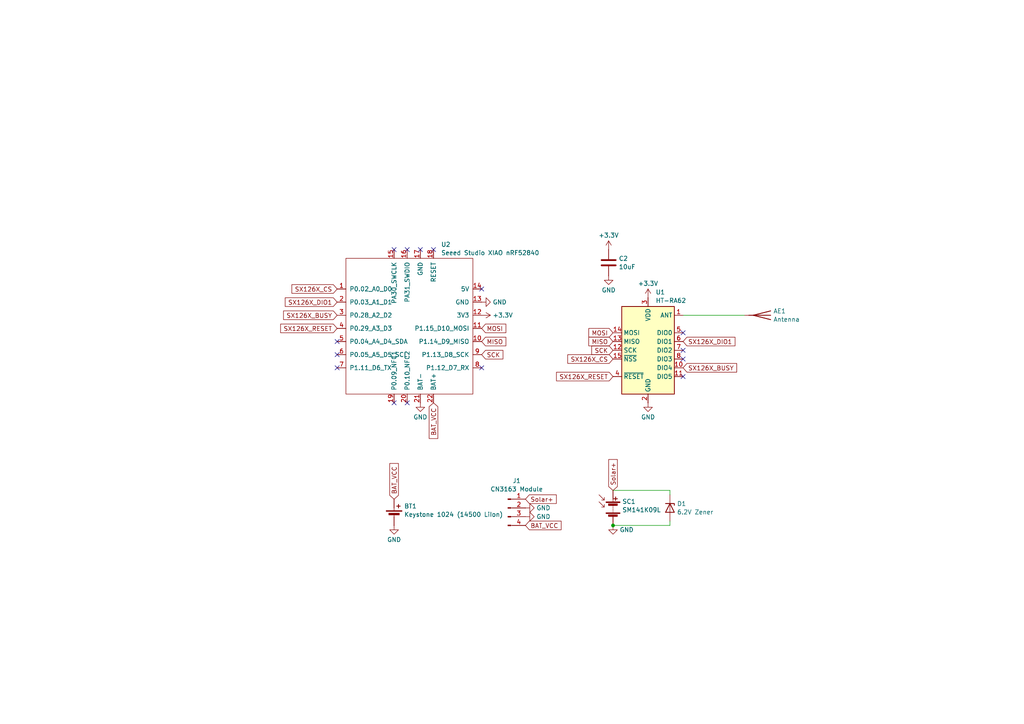
<source format=kicad_sch>
(kicad_sch (version 20231120) (generator "eeschema") (generator_version "8.0")
  (paper "A4")
  (title_block (title "Spearmintastic Micronode") (date "2024-11-09") (rev "1.0") (company "Matthew Petry (fireTwoOneNine)"))
  (lib_symbols
    (symbol "Connector:Conn_01x04_Pin" (pin_names (offset 1.016) hide)
      (property "Reference" "J" (at 0 5.08 0))
      (property "Value" "Conn_01x04_Pin" (at 0 -7.62 0))
      (symbol "Conn_01x04_Pin_1_1"
        (polyline (pts (xy 1.27 -5.08) (xy 0.8636 -5.08)) (stroke (width 0.1524)))
        (polyline (pts (xy 1.27 -2.54) (xy 0.8636 -2.54)) (stroke (width 0.1524)))
        (polyline (pts (xy 1.27 0) (xy 0.8636 0)) (stroke (width 0.1524)))
        (polyline (pts (xy 1.27 2.54) (xy 0.8636 2.54)) (stroke (width 0.1524)))
        (rectangle (start 0.8636 -4.953) (end 0 -5.207) (stroke (width 0.1524)) (fill (type outline)))
        (rectangle (start 0.8636 -2.413) (end 0 -2.667) (stroke (width 0.1524)) (fill (type outline)))
        (rectangle (start 0.8636 0.127) (end 0 -0.127) (stroke (width 0.1524)) (fill (type outline)))
        (rectangle (start 0.8636 2.667) (end 0 2.413) (stroke (width 0.1524)) (fill (type outline)))
        (pin passive line (at 5.08 2.54 180) (length 3.81) (name "Pin_1") (number "1"))
        (pin passive line (at 5.08 0 180) (length 3.81) (name "Pin_2") (number "2"))
        (pin passive line (at 5.08 -2.54 180) (length 3.81) (name "Pin_3") (number "3"))
        (pin passive line (at 5.08 -5.08 180) (length 3.81) (name "Pin_4") (number "4"))
      )
    )
    (symbol "Device:Antenna" (pin_numbers hide) (pin_names (offset 1.016) hide)
      (property "Reference" "AE" (at -1.905 1.905 0))
      (property "Value" "Antenna" (at -1.905 0 0))
      (symbol "Antenna_0_1"
        (polyline (pts (xy 0 2.54) (xy 0 -3.81)) (stroke (width 0.254)))
        (polyline (pts (xy 1.27 2.54) (xy 0 -2.54) (xy -1.27 2.54)) (stroke (width 0.254)))
      )
      (symbol "Antenna_1_1"
        (pin input line (at 0 -5.08 90) (length 2.54) (name "A") (number "1"))
      )
    )
    (symbol "Device:Battery_Cell" (pin_numbers hide) (pin_names (offset 0) hide)
      (property "Reference" "BT" (at 2.54 2.54 0))
      (property "Value" "Battery_Cell" (at 2.54 0 0))
      (symbol "Battery_Cell_0_1"
        (rectangle (start -2.286 1.778) (end 2.286 1.524) (fill (type outline)))
        (rectangle (start -1.524 1.016) (end 1.524 0.508) (fill (type outline)))
        (polyline (pts (xy 0 0.762) (xy 0 0)))
        (polyline (pts (xy 0 1.778) (xy 0 2.54)))
        (polyline (pts (xy 0.762 3.048) (xy 1.778 3.048)) (stroke (width 0.254)))
        (polyline (pts (xy 1.27 3.556) (xy 1.27 2.54)) (stroke (width 0.254)))
      )
      (symbol "Battery_Cell_1_1"
        (pin passive line (at 0 5.08 270) (length 2.54) (name "+") (number "1"))
        (pin passive line (at 0 -2.54 90) (length 2.54) (name "-") (number "2"))
      )
    )
    (symbol "Device:C" (pin_numbers hide) (pin_names (offset 0.254))
      (property "Reference" "C" (at 0.635 2.54 0))
      (property "Value" "C" (at 0.635 -2.54 0))
      (symbol "C_0_1"
        (polyline (pts (xy -2.032 -0.762) (xy 2.032 -0.762)) (stroke (width 0.508)))
        (polyline (pts (xy -2.032 0.762) (xy 2.032 0.762)) (stroke (width 0.508)))
      )
      (symbol "C_1_1"
        (pin passive line (at 0 3.81 270) (length 2.794) (name "~") (number "1"))
        (pin passive line (at 0 -3.81 90) (length 2.794) (name "~") (number "2"))
      )
    )
    (symbol "Device:D_Zener" (pin_numbers hide) (pin_names (offset 1.016) hide)
      (property "Reference" "D" (at 0 2.54 0))
      (property "Value" "D_Zener" (at 0 -2.54 0))
      (symbol "D_Zener_0_1"
        (polyline (pts (xy 1.27 0) (xy -1.27 0)))
        (polyline (pts (xy -1.27 -1.27) (xy -1.27 1.27) (xy -0.762 1.27)) (stroke (width 0.254)))
        (polyline (pts (xy 1.27 -1.27) (xy 1.27 1.27) (xy -1.27 0) (xy 1.27 -1.27)) (stroke (width 0.254)))
      )
      (symbol "D_Zener_1_1"
        (pin passive line (at -3.81 0 0) (length 2.54) (name "K") (number "1"))
        (pin passive line (at 3.81 0 180) (length 2.54) (name "A") (number "2"))
      )
    )
    (symbol "Device:Solar_Cells" (pin_numbers hide) (pin_names (offset 0) hide)
      (property "Reference" "SC" (at 2.54 2.54 0))
      (property "Value" "Solar_Cells" (at 2.54 0 0))
      (symbol "Solar_Cells_0_1"
        (rectangle (start -2.032 -1.397) (end 2.032 -1.651) (fill (type outline)))
        (rectangle (start -2.032 1.778) (end 2.032 1.524) (fill (type outline)))
        (rectangle (start -1.3208 -1.9812) (end 1.27 -2.4892) (fill (type outline)))
        (rectangle (start -1.3208 1.1938) (end 1.27 0.6858) (fill (type outline)))
        (polyline (pts (xy -2.54 0.254) (xy -4.064 1.778)))
        (polyline (pts (xy -2.54 2.286) (xy -4.064 3.81)))
        (polyline (pts (xy 0 -1.524) (xy 0 -1.27)))
        (polyline (pts (xy 0 -1.016) (xy 0 -0.762)))
        (polyline (pts (xy 0 -0.508) (xy 0 -0.254)))
        (polyline (pts (xy 0 0) (xy 0 0.254)))
        (polyline (pts (xy 0 0.508) (xy 0 0.762)))
        (polyline (pts (xy 0 1.778) (xy 0 2.54)))
        (polyline (pts (xy 0.254 2.667) (xy 1.27 2.667)) (stroke (width 0.254)))
        (polyline (pts (xy 0.762 3.175) (xy 0.762 2.159)) (stroke (width 0.254)))
        (polyline (pts (xy -2.54 1.016) (xy -2.54 0.254) (xy -3.302 0.254)))
        (polyline (pts (xy -2.54 3.048) (xy -2.54 2.286) (xy -3.302 2.286)))
      )
      (symbol "Solar_Cells_1_1"
        (pin passive line (at 0 5.08 270) (length 2.54) (name "+") (number "1"))
        (pin passive line (at 0 -5.08 90) (length 2.54) (name "-") (number "2"))
      )
    )
    (symbol "RF_Module:Ai-Thinker-Ra-01"
      (property "Reference" "U" (at 2.54 17.78 0))
      (property "Value" "Ai-Thinker-Ra-01" (at 13.97 -15.24 0))
      (symbol "Ai-Thinker-Ra-01_0_1"
        (rectangle (start -7.62 12.7) (end 7.62 -12.7) (stroke (width 0.254)) (fill (type background)))
      )
      (symbol "Ai-Thinker-Ra-01_1_1"
        (pin passive line (at 10.16 10.16 180) (length 2.54) (name "ANT") (number "1"))
        (pin bidirectional line (at 10.16 -5.08 180) (length 2.54) (name "DIO4") (number "10"))
        (pin bidirectional line (at 10.16 -7.62 180) (length 2.54) (name "DIO5") (number "11"))
        (pin input line (at -10.16 0 0) (length 2.54) (name "SCK") (number "12"))
        (pin output line (at -10.16 2.54 0) (length 2.54) (name "MISO") (number "13"))
        (pin input line (at -10.16 5.08 0) (length 2.54) (name "MOSI") (number "14"))
        (pin input line (at -10.16 -2.54 0) (length 2.54) (name "~{NSS}") (number "15"))
        (pin passive line (at 0 -15.24 90) (length 2.54) hide (name "GND") (number "16"))
        (pin power_in line (at 0 -15.24 90) (length 2.54) (name "GND") (number "2"))
        (pin power_in line (at 0 15.24 270) (length 2.54) (name "VDD") (number "3"))
        (pin input line (at -10.16 -7.62 0) (length 2.54) (name "~{RESET}") (number "4"))
        (pin bidirectional line (at 10.16 5.08 180) (length 2.54) (name "DIO0") (number "5"))
        (pin bidirectional line (at 10.16 2.54 180) (length 2.54) (name "DIO1") (number "6"))
        (pin bidirectional line (at 10.16 0 180) (length 2.54) (name "DIO2") (number "7"))
        (pin bidirectional line (at 10.16 -2.54 180) (length 2.54) (name "DIO3") (number "8"))
        (pin passive line (at 0 -15.24 90) (length 2.54) hide (name "GND") (number "9"))
      )
    )
    (symbol "Seeed_Studio_XIAO_Series:Seeed Studio XIAO nRF52840" (pin_names (offset 1.016))
      (property "Reference" "U" (at -19.05 24.13 0))
      (property "Value" "Seeed Studio XIAO nRF52840" (at -5.08 21.59 0))
      (symbol "Seeed Studio XIAO nRF52840_0_1"
        (rectangle (start -19.05 20.32) (end 17.78 -19.05))
      )
      (symbol "Seeed Studio XIAO nRF52840_1_1"
        (pin bidirectional line (at -21.59 11.43 0) (length 2.54) (name "P0.02_A0_D0") (number "1"))
        (pin bidirectional line (at 20.32 -3.81 180) (length 2.54) (name "P1.14_D9_MISO") (number "10"))
        (pin bidirectional line (at 20.32 0 180) (length 2.54) (name "P1.15_D10_MOSI") (number "11"))
        (pin power_in line (at 20.32 3.81 180) (length 2.54) (name "3V3") (number "12"))
        (pin power_in line (at 20.32 7.62 180) (length 2.54) (name "GND") (number "13"))
        (pin power_in line (at 20.32 11.43 180) (length 2.54) (name "5V") (number "14"))
        (pin input line (at -5.08 22.86 270) (length 2.54) (name "PA30_SWCLK") (number "15"))
        (pin bidirectional line (at -1.27 22.86 270) (length 2.54) (name "PA31_SWDIO") (number "16"))
        (pin power_in line (at 2.54 22.86 270) (length 2.54) (name "GND") (number "17"))
        (pin input line (at 6.35 22.86 270) (length 2.54) (name "RESET") (number "18"))
        (pin bidirectional line (at -5.08 -21.59 90) (length 2.54) (name "P0.09_NFC1") (number "19"))
        (pin bidirectional line (at -21.59 7.62 0) (length 2.54) (name "P0.03_A1_D1") (number "2"))
        (pin bidirectional line (at -1.27 -21.59 90) (length 2.54) (name "P0.10_NFC2") (number "20"))
        (pin power_in line (at 2.54 -21.59 90) (length 2.54) (name "BAT-") (number "21"))
        (pin power_in line (at 6.35 -21.59 90) (length 2.54) (name "BAT+") (number "22"))
        (pin bidirectional line (at -21.59 3.81 0) (length 2.54) (name "P0.28_A2_D2") (number "3"))
        (pin bidirectional line (at -21.59 0 0) (length 2.54) (name "P0.29_A3_D3") (number "4"))
        (pin bidirectional line (at -21.59 -3.81 0) (length 2.54) (name "P0.04_A4_D4_SDA") (number "5"))
        (pin bidirectional line (at -21.59 -7.62 0) (length 2.54) (name "P0.05_A5_D5_SCL") (number "6"))
        (pin bidirectional line (at -21.59 -11.43 0) (length 2.54) (name "P1.11_D6_TX") (number "7"))
        (pin bidirectional line (at 20.32 -11.43 180) (length 2.54) (name "P1.12_D7_RX") (number "8"))
        (pin bidirectional line (at 20.32 -7.62 180) (length 2.54) (name "P1.13_D8_SCK") (number "9"))
      )
    )
    (symbol "power:+3.3V" (power) (pin_numbers hide) (pin_names (offset 0) hide)
      (property "Value" "+3.3V" (at 0 3.556 0))
      (symbol "+3.3V_0_1"
        (polyline (pts (xy -0.762 1.27) (xy 0 2.54)))
        (polyline (pts (xy 0 0) (xy 0 2.54)))
        (polyline (pts (xy 0 2.54) (xy 0.762 1.27)))
      )
      (symbol "+3.3V_1_1"
        (pin power_in line (at 0 0 90) (length 0) (name "~") (number "1"))
      )
    )
    (symbol "power:GND" (power) (pin_numbers hide) (pin_names (offset 0) hide)
      (property "Value" "GND" (at 0 -3.81 0))
      (symbol "GND_0_1"
        (polyline (pts (xy 0 0) (xy 0 -1.27) (xy 1.27 -1.27) (xy 0 -2.54) (xy -1.27 -1.27) (xy 0 -1.27)))
      )
      (symbol "GND_1_1"
        (pin power_in line (at 0 0 270) (length 0) (name "~") (number "1"))
      )
    )
  )
  (junction (at 177.8 152.4))
  (no_connect (at 118.11 116.84))
  (no_connect (at 198.12 96.52))
  (no_connect (at 121.92 72.39))
  (no_connect (at 198.12 109.22))
  (no_connect (at 97.79 106.68))
  (no_connect (at 125.73 72.39))
  (no_connect (at 97.79 99.06))
  (no_connect (at 97.79 102.87))
  (no_connect (at 139.7 83.82))
  (no_connect (at 198.12 101.6))
  (no_connect (at 118.11 72.39))
  (no_connect (at 114.3 72.39))
  (no_connect (at 139.7 106.68))
  (no_connect (at 114.3 116.84))
  (no_connect (at 198.12 104.14))
  (wire (pts (xy 194.31 151.13) (xy 194.31 152.4)))
  (wire (pts (xy 177.8 142.24) (xy 194.31 142.24)))
  (wire (pts (xy 194.31 142.24) (xy 194.31 143.51)))
  (wire (pts (xy 194.31 152.4) (xy 177.8 152.4)))
  (wire (pts (xy 198.12 91.44) (xy 215.9 91.44)))
  (global_label "SX126X_RESET" (shape input) (at 177.8 109.22 180) (property "Intersheetrefs" "${INTERSHEET_REFS}" (effects (hide yes))))
  (global_label "SX126X_BUSY" (shape input) (at 97.79 91.44 180) (property "Intersheetrefs" "${INTERSHEET_REFS}" (effects (hide yes))))
  (global_label "SCK" (shape input) (at 177.8 101.6 180) (property "Intersheetrefs" "${INTERSHEET_REFS}" (effects (hide yes))))
  (global_label "SCK" (shape input) (at 139.7 102.87 0) (property "Intersheetrefs" "${INTERSHEET_REFS}" (effects (hide yes))))
  (global_label "SX126X_BUSY" (shape input) (at 198.12 106.68 0) (property "Intersheetrefs" "${INTERSHEET_REFS}" (effects (hide yes))))
  (global_label "SX126X_DIO1" (shape input) (at 198.12 99.06 0) (property "Intersheetrefs" "${INTERSHEET_REFS}" (effects (hide yes))))
  (global_label "Solar+" (shape input) (at 152.4 144.78 0) (property "Intersheetrefs" "${INTERSHEET_REFS}" (effects (hide yes))))
  (global_label "Solar+" (shape input) (at 177.8 142.24 90) (property "Intersheetrefs" "${INTERSHEET_REFS}" (effects (hide yes))))
  (global_label "BAT_VCC" (shape input) (at 125.73 116.84 270) (property "Intersheetrefs" "${INTERSHEET_REFS}" (effects (hide yes))))
  (global_label "SX126X_CS" (shape input) (at 97.79 83.82 180) (property "Intersheetrefs" "${INTERSHEET_REFS}" (effects (hide yes))))
  (global_label "BAT_VCC" (shape input) (at 152.4 152.4 0) (property "Intersheetrefs" "${INTERSHEET_REFS}" (effects (hide yes))))
  (global_label "MOSI" (shape input) (at 139.7 95.25 0) (property "Intersheetrefs" "${INTERSHEET_REFS}" (effects (hide yes))))
  (global_label "SX126X_CS" (shape input) (at 177.8 104.14 180) (property "Intersheetrefs" "${INTERSHEET_REFS}" (effects (hide yes))))
  (global_label "SX126X_DIO1" (shape input) (at 97.79 87.63 180) (property "Intersheetrefs" "${INTERSHEET_REFS}" (effects (hide yes))))
  (global_label "MISO" (shape input) (at 177.8 99.06 180) (property "Intersheetrefs" "${INTERSHEET_REFS}" (effects (hide yes))))
  (global_label "SX126X_RESET" (shape input) (at 97.79 95.25 180) (property "Intersheetrefs" "${INTERSHEET_REFS}" (effects (hide yes))))
  (global_label "MOSI" (shape input) (at 177.8 96.52 180) (property "Intersheetrefs" "${INTERSHEET_REFS}" (effects (hide yes))))
  (global_label "BAT_VCC" (shape input) (at 114.3 144.78 90) (property "Intersheetrefs" "${INTERSHEET_REFS}" (effects (hide yes))))
  (global_label "MISO" (shape input) (at 139.7 99.06 0) (property "Intersheetrefs" "${INTERSHEET_REFS}" (effects (hide yes))))
  (symbol (lib_id "power:+3.3V") (at 187.96 86.36 0) (unit 1)
    (property "Reference" "#PWR07" (effects (hide yes)))
    (property "Value" "+3.3V" (at 187.96 82.2269 0))
    (property "Description" "Power symbol creates a global label with name \"+3.3V\"" (effects (hide yes)))
  )
  (symbol (lib_id "power:+3.3V") (at 176.53 72.39 0) (unit 1)
    (property "Reference" "#PWR02" (effects (hide yes)))
    (property "Value" "+3.3V" (at 176.53 68.2569 0))
    (property "Description" "Power symbol creates a global label with name \"+3.3V\"" (effects (hide yes)))
  )
  (symbol (lib_id "power:GND") (at 121.92 116.84 0) (unit 1)
    (property "Reference" "#PWR01" (effects (hide yes)))
    (property "Value" "GND" (at 121.92 120.9731 0))
    (property "Description" "Power symbol creates a global label with name \"GND\" , ground" (effects (hide yes)))
  )
  (symbol (lib_id "power:GND") (at 176.53 80.01 0) (unit 1)
    (property "Reference" "#PWR03" (effects (hide yes)))
    (property "Value" "GND" (at 176.53 84.1431 0))
    (property "Description" "Power symbol creates a global label with name \"GND\" , ground" (effects (hide yes)))
  )
  (symbol (lib_id "Device:C") (at 176.53 76.2 0) (unit 1)
    (property "Reference" "C2" (at 179.451 74.9878 0) (effects (justify left)))
    (property "Value" "10uF" (at 179.451 77.4121 0) (effects (justify left)))
    (property "Footprint" "Capacitor_SMD:C_1206_3216Metric_Pad1.33x1.80mm_HandSolder" (effects (hide yes)))
    (property "Description" "Unpolarized capacitor" (effects (hide yes)))
  )
  (symbol (lib_id "power:+3.3V") (at 139.7 91.44 270) (unit 1)
    (property "Reference" "#PWR05" (effects (hide yes)))
    (property "Value" "+3.3V" (at 142.875 91.44 90) (effects (justify left)))
    (property "Description" "Power symbol creates a global label with name \"+3.3V\"" (effects (hide yes)))
  )
  (symbol (lib_id "power:GND") (at 177.8 152.4 0) (unit 1)
    (property "Reference" "#PWR04" (effects (hide yes)))
    (property "Value" "GND" (at 179.705 153.67 0) (effects (justify left)))
    (property "Description" "Power symbol creates a global label with name \"GND\" , ground" (effects (hide yes)))
  )
  (symbol (lib_id "Seeed_Studio_XIAO_Series:Seeed Studio XIAO nRF52840") (at 119.38 95.25 0) (unit 1)
    (property "Reference" "U2" (at 127.9241 70.9125 0) (effects (justify left)))
    (property "Value" "Seeed Studio XIAO nRF52840" (at 127.9241 73.3368 0) (effects (justify left)))
    (property "Footprint" "modified-xiao:XIAO-nRF-THT_batt" (effects (hide yes)))
  )
  (symbol (lib_id "power:GND") (at 152.4 149.86 90) (unit 1)
    (property "Reference" "#PWR011" (effects (hide yes)))
    (property "Value" "GND" (at 155.575 149.86 90) (effects (justify right)))
    (property "Description" "Power symbol creates a global label with name \"GND\" , ground" (effects (hide yes)))
  )
  (symbol (lib_id "Connector:Conn_01x04_Pin") (at 147.32 147.32 0) (unit 1)
    (property "Reference" "J1" (at 149.86 139.446 0))
    (property "Value" "CN3163 Module" (at 149.86 141.8703 0))
    (property "Footprint" "CN3163:CN3163_Module" (effects (hide yes)))
    (property "Description" "Generic connector, single row, 01x04, script generated" (effects (hide yes)))
  )
  (symbol (lib_id "RF_Module:Ai-Thinker-Ra-01") (at 187.96 101.6 0) (unit 1)
    (property "Reference" "U1" (at 190.1541 84.7555 0) (effects (justify left)))
    (property "Value" "HT-RA62" (at 190.1541 87.1798 0) (effects (justify left)))
    (property "Footprint" "RF_Module:Ai-Thinker-Ra-01-LoRa" (effects (hide yes)))
    (property "Datasheet" "http://wiki.ai-thinker.com/_media/lora/docs/c047ps01a1_ra-01_product_specification_v1.1.pdf" (effects (hide yes)))
    (property "Description" "Ai-Thinker Ra-01 410-525 MHz LoRa Module, SPI interface, external antenna" (effects (hide yes)))
  )
  (symbol (lib_id "power:GND") (at 114.3 152.4 0) (unit 1)
    (property "Reference" "#PWR09" (effects (hide yes)))
    (property "Value" "GND" (at 114.3 156.5331 0))
    (property "Description" "Power symbol creates a global label with name \"GND\" , ground" (effects (hide yes)))
  )
  (symbol (lib_id "power:GND") (at 187.96 116.84 0) (unit 1)
    (property "Reference" "#PWR08" (effects (hide yes)))
    (property "Value" "GND" (at 187.96 120.9731 0))
    (property "Description" "Power symbol creates a global label with name \"GND\" , ground" (effects (hide yes)))
  )
  (symbol (lib_id "Device:Antenna") (at 220.98 91.44 270) (unit 1)
    (property "Reference" "AE1" (at 224.282 90.2278 90) (effects (justify left)))
    (property "Value" "Antenna" (at 224.282 92.6521 90) (effects (justify left)))
    (property "Footprint" "antenna:18mm-Antenna-THT" (effects (hide yes)))
    (property "Description" "Antenna" (effects (hide yes)))
  )
  (symbol (lib_id "Device:Battery_Cell") (at 114.3 149.86 0) (unit 1)
    (property "Reference" "BT1" (at 117.221 146.8063 0) (effects (justify left)))
    (property "Value" "Keystone 1024 (14500 LiIon)" (at 117.221 149.2306 0) (effects (justify left)))
    (property "Footprint" "keystone_14500_smd:Keystone_1024_SMD_14500" (effects (hide yes)))
    (property "Description" "Single-cell battery" (effects (hide yes)))
  )
  (symbol (lib_id "power:GND") (at 139.7 87.63 90) (unit 1)
    (property "Reference" "#PWR06" (effects (hide yes)))
    (property "Value" "GND" (at 142.875 87.63 90) (effects (justify right)))
    (property "Description" "Power symbol creates a global label with name \"GND\" , ground" (effects (hide yes)))
  )
  (symbol (lib_id "Device:Solar_Cells") (at 177.8 147.32 0) (unit 1)
    (property "Reference" "SC1" (at 180.467 145.4728 0) (effects (justify left)))
    (property "Value" "SM141K09L" (at 180.467 147.8971 0) (effects (justify left)))
    (property "Footprint" "Connector_Molex:Molex_PicoBlade_53047-0210_1x02_P1.25mm_Vertical" (effects (hide yes)))
    (property "Description" "Multiple solar cells" (effects (hide yes)))
  )
  (symbol (lib_id "power:GND") (at 152.4 147.32 90) (unit 1)
    (property "Reference" "#PWR010" (effects (hide yes)))
    (property "Value" "GND" (at 155.575 147.32 90) (effects (justify right)))
    (property "Description" "Power symbol creates a global label with name \"GND\" , ground" (effects (hide yes)))
  )
  (symbol (lib_id "Device:D_Zener") (at 194.31 147.32 270) (unit 1)
    (property "Reference" "D1" (at 196.342 146.1078 90) (effects (justify left)))
    (property "Value" "6.2V Zener" (at 196.342 148.5321 90) (effects (justify left)))
    (property "Footprint" "Diode_SMD:D_SOD-123F" (effects (hide yes)))
    (property "Description" "Zener diode" (effects (hide yes)))
  )
)
</source>
